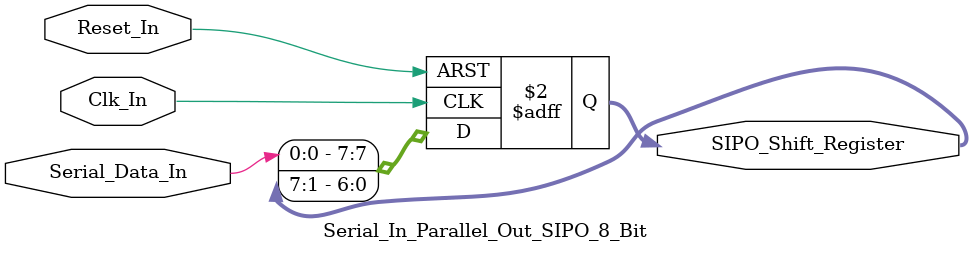
<source format=v>
/*
Verilog Code, to implement a Serial-In-Parallel-Out - SIPO - 8-Bit Shift Register.



Author : Prasad Narayan Ghatol
*/



module Serial_In_Parallel_Out_SIPO_8_Bit (
    input            Clk_In,
    input            Reset_In,

    input            Serial_Data_In,
    output reg [7:0] SIPO_Shift_Register
);



// --------------------------------------------------
// Serial-In-Parallel-Out - SIPO - 8-Bit Shift Register Logic
// --------------------------------------------------
always @ (negedge Clk_In or posedge Reset_In)
    begin
        if (Reset_In)
            begin
                SIPO_Shift_Register <= 8'b0;
            end
        else
            begin
                SIPO_Shift_Register[7] <= Serial_Data_In;
                SIPO_Shift_Register[6] <= SIPO_Shift_Register[7];
                SIPO_Shift_Register[5] <= SIPO_Shift_Register[6];
                SIPO_Shift_Register[4] <= SIPO_Shift_Register[5];
                SIPO_Shift_Register[3] <= SIPO_Shift_Register[4];
                SIPO_Shift_Register[2] <= SIPO_Shift_Register[3];
                SIPO_Shift_Register[1] <= SIPO_Shift_Register[2];
                SIPO_Shift_Register[0] <= SIPO_Shift_Register[1];
            end
    end



endmodule
</source>
